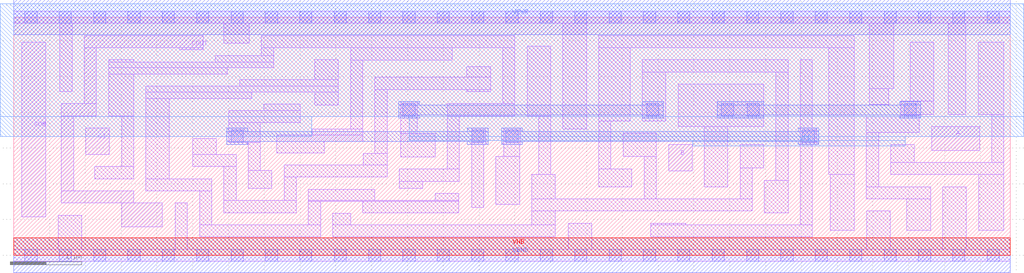
<source format=lef>
# Copyright 2020 The SkyWater PDK Authors
#
# Licensed under the Apache License, Version 2.0 (the "License");
# you may not use this file except in compliance with the License.
# You may obtain a copy of the License at
#
#     https://www.apache.org/licenses/LICENSE-2.0
#
# Unless required by applicable law or agreed to in writing, software
# distributed under the License is distributed on an "AS IS" BASIS,
# WITHOUT WARRANTIES OR CONDITIONS OF ANY KIND, either express or implied.
# See the License for the specific language governing permissions and
# limitations under the License.
#
# SPDX-License-Identifier: Apache-2.0

VERSION 5.7 ;
  NOWIREEXTENSIONATPIN ON ;
  DIVIDERCHAR "/" ;
  BUSBITCHARS "[]" ;
MACRO sky130_fd_sc_ls__fah_1
  CLASS CORE ;
  FOREIGN sky130_fd_sc_ls__fah_1 ;
  ORIGIN  0.000000  0.000000 ;
  SIZE  13.92000 BY  3.330000 ;
  SYMMETRY X Y ;
  SITE unit ;
  PIN A
    ANTENNAGATEAREA  0.492000 ;
    DIRECTION INPUT ;
    USE SIGNAL ;
    PORT
      LAYER li1 ;
        RECT 12.820000 1.470000 13.490000 1.800000 ;
    END
  END A
  PIN B
    ANTENNAGATEAREA  0.723000 ;
    DIRECTION INPUT ;
    USE SIGNAL ;
    PORT
      LAYER li1 ;
        RECT 9.145000 1.180000 9.475000 1.550000 ;
    END
  END B
  PIN CI
    ANTENNAGATEAREA  0.246000 ;
    DIRECTION INPUT ;
    USE SIGNAL ;
    PORT
      LAYER li1 ;
        RECT 1.005000 1.410000 1.335000 1.780000 ;
    END
  END CI
  PIN COUT
    ANTENNADIFFAREA  0.674850 ;
    DIRECTION OUTPUT ;
    USE SIGNAL ;
    PORT
      LAYER li1 ;
        RECT 0.665000 0.730000 1.675000 0.900000 ;
        RECT 0.665000 0.900000 0.835000 1.950000 ;
        RECT 0.665000 1.950000 1.155000 2.120000 ;
        RECT 0.985000 2.120000 1.155000 2.905000 ;
        RECT 0.985000 2.905000 2.645000 3.075000 ;
        RECT 1.505000 0.400000 2.075000 0.730000 ;
        RECT 2.315000 2.875000 2.645000 2.905000 ;
    END
  END COUT
  PIN SUM
    ANTENNADIFFAREA  0.537600 ;
    DIRECTION OUTPUT ;
    USE SIGNAL ;
    PORT
      LAYER li1 ;
        RECT 0.110000 0.540000 0.445000 2.980000 ;
    END
  END SUM
  PIN VGND
    DIRECTION INOUT ;
    SHAPE ABUTMENT ;
    USE GROUND ;
    PORT
      LAYER met1 ;
        RECT 0.000000 -0.245000 13.920000 0.245000 ;
    END
  END VGND
  PIN VNB
    DIRECTION INOUT ;
    USE GROUND ;
    PORT
      LAYER pwell ;
        RECT 0.000000 0.000000 13.920000 0.245000 ;
    END
  END VNB
  PIN VPB
    DIRECTION INOUT ;
    USE POWER ;
    PORT
      LAYER nwell ;
        RECT -0.190000 1.660000  4.165000 1.940000 ;
        RECT -0.190000 1.940000 14.110000 3.520000 ;
        RECT  5.525000 1.605000 12.450000 1.660000 ;
        RECT  5.525000 1.660000 14.110000 1.940000 ;
        RECT  9.485000 1.530000 12.450000 1.605000 ;
    END
  END VPB
  PIN VPWR
    DIRECTION INOUT ;
    SHAPE ABUTMENT ;
    USE POWER ;
    PORT
      LAYER met1 ;
        RECT 0.000000 3.085000 13.920000 3.575000 ;
    END
  END VPWR
  OBS
    LAYER li1 ;
      RECT  0.000000 -0.085000 13.920000 0.085000 ;
      RECT  0.000000  3.245000 13.920000 3.415000 ;
      RECT  0.620000  0.085000  0.950000 0.560000 ;
      RECT  0.645000  2.290000  0.815000 3.245000 ;
      RECT  1.130000  1.070000  1.675000 1.240000 ;
      RECT  1.325000  1.950000  1.675000 2.535000 ;
      RECT  1.325000  2.535000  2.985000 2.625000 ;
      RECT  1.325000  2.625000  3.630000 2.705000 ;
      RECT  1.325000  2.705000  1.675000 2.735000 ;
      RECT  1.505000  1.240000  1.675000 1.950000 ;
      RECT  1.845000  0.900000  2.765000 1.070000 ;
      RECT  1.845000  1.070000  2.175000 2.195000 ;
      RECT  1.845000  2.195000  3.325000 2.285000 ;
      RECT  1.845000  2.285000  4.535000 2.365000 ;
      RECT  2.255000  0.085000  2.425000 0.730000 ;
      RECT  2.500000  1.240000  3.105000 1.410000 ;
      RECT  2.500000  1.410000  2.830000 1.635000 ;
      RECT  2.595000  0.255000  4.285000 0.425000 ;
      RECT  2.595000  0.425000  2.765000 0.900000 ;
      RECT  2.815000  2.705000  3.630000 2.795000 ;
      RECT  2.935000  0.595000  3.945000 0.765000 ;
      RECT  2.935000  0.765000  3.105000 1.240000 ;
      RECT  2.935000  2.965000  3.290000 3.245000 ;
      RECT  3.005000  1.580000  3.445000 1.855000 ;
      RECT  3.005000  1.855000  4.000000 2.025000 ;
      RECT  3.155000  2.365000  4.535000 2.455000 ;
      RECT  3.275000  0.935000  3.605000 1.185000 ;
      RECT  3.275000  1.185000  3.445000 1.580000 ;
      RECT  3.460000  2.795000  3.630000 2.905000 ;
      RECT  3.460000  2.905000  7.000000 3.075000 ;
      RECT  3.495000  2.025000  4.000000 2.115000 ;
      RECT  3.670000  1.435000  4.340000 1.595000 ;
      RECT  3.670000  1.595000  4.875000 1.685000 ;
      RECT  3.775000  0.765000  3.945000 1.095000 ;
      RECT  3.775000  1.095000  5.215000 1.265000 ;
      RECT  4.115000  0.425000  4.285000 0.755000 ;
      RECT  4.115000  0.755000  6.215000 0.765000 ;
      RECT  4.115000  0.765000  5.045000 0.925000 ;
      RECT  4.170000  1.685000  4.875000 1.765000 ;
      RECT  4.205000  2.100000  4.535000 2.285000 ;
      RECT  4.205000  2.455000  4.535000 2.735000 ;
      RECT  4.455000  0.255000  7.565000 0.425000 ;
      RECT  4.455000  0.425000  4.705000 0.585000 ;
      RECT  4.705000  1.765000  4.875000 2.730000 ;
      RECT  4.705000  2.730000  6.125000 2.905000 ;
      RECT  4.875000  0.595000  6.215000 0.755000 ;
      RECT  4.880000  1.265000  5.215000 1.425000 ;
      RECT  5.045000  1.425000  5.215000 2.320000 ;
      RECT  5.045000  2.320000  6.660000 2.490000 ;
      RECT  5.385000  0.935000  5.715000 1.035000 ;
      RECT  5.385000  1.035000  6.225000 1.205000 ;
      RECT  5.405000  1.375000  5.885000 1.705000 ;
      RECT  5.405000  1.705000  5.635000 2.150000 ;
      RECT  5.885000  0.765000  6.215000 0.865000 ;
      RECT  6.055000  1.205000  6.225000 1.950000 ;
      RECT  6.055000  1.950000  7.000000 2.120000 ;
      RECT  6.330000  2.290000  6.660000 2.320000 ;
      RECT  6.330000  2.490000  6.660000 2.640000 ;
      RECT  6.395000  0.670000  6.565000 1.550000 ;
      RECT  6.395000  1.550000  6.595000 1.780000 ;
      RECT  6.735000  0.710000  7.065000 1.380000 ;
      RECT  6.830000  2.120000  7.000000 2.905000 ;
      RECT  6.845000  1.380000  7.065000 1.550000 ;
      RECT  6.845000  1.550000  7.075000 1.780000 ;
      RECT  7.170000  1.950000  7.500000 2.925000 ;
      RECT  7.235000  0.425000  7.565000 0.620000 ;
      RECT  7.235000  0.620000 10.315000 0.790000 ;
      RECT  7.235000  0.790000  7.565000 1.130000 ;
      RECT  7.330000  1.130000  7.500000 1.950000 ;
      RECT  7.670000  1.765000  8.000000 3.245000 ;
      RECT  7.745000  0.085000  8.075000 0.450000 ;
      RECT  8.170000  0.960000  8.635000 1.210000 ;
      RECT  8.170000  1.210000  8.340000 1.880000 ;
      RECT  8.170000  1.880000  8.610000 2.905000 ;
      RECT  8.170000  2.905000 11.740000 3.075000 ;
      RECT  8.510000  1.380000  8.975000 1.710000 ;
      RECT  8.780000  1.880000  9.110000 2.565000 ;
      RECT  8.780000  2.565000 10.815000 2.735000 ;
      RECT  8.805000  0.790000  8.975000 1.380000 ;
      RECT  8.895000  0.255000 11.155000 0.425000 ;
      RECT  8.895000  0.425000  9.385000 0.450000 ;
      RECT  9.280000  1.805000 10.475000 2.395000 ;
      RECT  9.645000  0.960000  9.975000 1.805000 ;
      RECT 10.145000  0.790000 10.315000 1.220000 ;
      RECT 10.145000  1.220000 10.475000 1.550000 ;
      RECT 10.485000  0.595000 10.815000 1.050000 ;
      RECT 10.645000  1.050000 10.815000 2.565000 ;
      RECT 10.985000  0.425000 11.155000 1.550000 ;
      RECT 10.985000  1.550000 11.215000 1.780000 ;
      RECT 10.985000  1.780000 11.155000 2.735000 ;
      RECT 11.385000  1.130000 11.740000 2.905000 ;
      RECT 11.405000  0.350000 11.740000 1.130000 ;
      RECT 11.910000  0.790000 12.805000 0.960000 ;
      RECT 11.910000  0.960000 12.080000 1.720000 ;
      RECT 11.910000  1.720000 12.650000 1.940000 ;
      RECT 11.915000  0.085000 12.245000 0.620000 ;
      RECT 11.950000  2.110000 12.220000 2.330000 ;
      RECT 11.950000  2.330000 12.290000 3.245000 ;
      RECT 12.250000  1.130000 13.830000 1.300000 ;
      RECT 12.250000  1.300000 12.580000 1.550000 ;
      RECT 12.390000  1.940000 12.650000 1.970000 ;
      RECT 12.390000  1.970000 12.850000 2.160000 ;
      RECT 12.475000  0.350000 12.805000 0.790000 ;
      RECT 12.520000  2.160000 12.850000 2.980000 ;
      RECT 12.975000  0.085000 13.305000 0.960000 ;
      RECT 13.050000  1.970000 13.300000 3.245000 ;
      RECT 13.470000  1.970000 13.830000 2.980000 ;
      RECT 13.475000  0.350000 13.830000 1.130000 ;
      RECT 13.660000  1.300000 13.830000 1.970000 ;
    LAYER mcon ;
      RECT  0.155000 -0.085000  0.325000 0.085000 ;
      RECT  0.155000  3.245000  0.325000 3.415000 ;
      RECT  0.635000 -0.085000  0.805000 0.085000 ;
      RECT  0.635000  3.245000  0.805000 3.415000 ;
      RECT  1.115000 -0.085000  1.285000 0.085000 ;
      RECT  1.115000  3.245000  1.285000 3.415000 ;
      RECT  1.595000 -0.085000  1.765000 0.085000 ;
      RECT  1.595000  3.245000  1.765000 3.415000 ;
      RECT  2.075000 -0.085000  2.245000 0.085000 ;
      RECT  2.075000  3.245000  2.245000 3.415000 ;
      RECT  2.555000 -0.085000  2.725000 0.085000 ;
      RECT  2.555000  3.245000  2.725000 3.415000 ;
      RECT  3.035000 -0.085000  3.205000 0.085000 ;
      RECT  3.035000  1.580000  3.205000 1.750000 ;
      RECT  3.035000  3.245000  3.205000 3.415000 ;
      RECT  3.515000 -0.085000  3.685000 0.085000 ;
      RECT  3.515000  3.245000  3.685000 3.415000 ;
      RECT  3.995000 -0.085000  4.165000 0.085000 ;
      RECT  3.995000  3.245000  4.165000 3.415000 ;
      RECT  4.475000 -0.085000  4.645000 0.085000 ;
      RECT  4.475000  3.245000  4.645000 3.415000 ;
      RECT  4.955000 -0.085000  5.125000 0.085000 ;
      RECT  4.955000  3.245000  5.125000 3.415000 ;
      RECT  5.435000 -0.085000  5.605000 0.085000 ;
      RECT  5.435000  1.950000  5.605000 2.120000 ;
      RECT  5.435000  3.245000  5.605000 3.415000 ;
      RECT  5.915000 -0.085000  6.085000 0.085000 ;
      RECT  5.915000  3.245000  6.085000 3.415000 ;
      RECT  6.395000 -0.085000  6.565000 0.085000 ;
      RECT  6.395000  1.580000  6.565000 1.750000 ;
      RECT  6.395000  3.245000  6.565000 3.415000 ;
      RECT  6.875000 -0.085000  7.045000 0.085000 ;
      RECT  6.875000  1.580000  7.045000 1.750000 ;
      RECT  6.875000  3.245000  7.045000 3.415000 ;
      RECT  7.355000 -0.085000  7.525000 0.085000 ;
      RECT  7.355000  3.245000  7.525000 3.415000 ;
      RECT  7.835000 -0.085000  8.005000 0.085000 ;
      RECT  7.835000  3.245000  8.005000 3.415000 ;
      RECT  8.315000 -0.085000  8.485000 0.085000 ;
      RECT  8.315000  3.245000  8.485000 3.415000 ;
      RECT  8.795000 -0.085000  8.965000 0.085000 ;
      RECT  8.795000  3.245000  8.965000 3.415000 ;
      RECT  8.840000  1.950000  9.010000 2.120000 ;
      RECT  9.275000 -0.085000  9.445000 0.085000 ;
      RECT  9.275000  3.245000  9.445000 3.415000 ;
      RECT  9.755000 -0.085000  9.925000 0.085000 ;
      RECT  9.755000  3.245000  9.925000 3.415000 ;
      RECT  9.885000  1.950000 10.055000 2.120000 ;
      RECT 10.235000 -0.085000 10.405000 0.085000 ;
      RECT 10.235000  3.245000 10.405000 3.415000 ;
      RECT 10.245000  1.950000 10.415000 2.120000 ;
      RECT 10.715000 -0.085000 10.885000 0.085000 ;
      RECT 10.715000  3.245000 10.885000 3.415000 ;
      RECT 11.015000  1.580000 11.185000 1.750000 ;
      RECT 11.195000 -0.085000 11.365000 0.085000 ;
      RECT 11.195000  3.245000 11.365000 3.415000 ;
      RECT 11.675000 -0.085000 11.845000 0.085000 ;
      RECT 11.675000  3.245000 11.845000 3.415000 ;
      RECT 12.155000 -0.085000 12.325000 0.085000 ;
      RECT 12.155000  3.245000 12.325000 3.415000 ;
      RECT 12.435000  1.950000 12.605000 2.120000 ;
      RECT 12.635000 -0.085000 12.805000 0.085000 ;
      RECT 12.635000  3.245000 12.805000 3.415000 ;
      RECT 13.115000 -0.085000 13.285000 0.085000 ;
      RECT 13.115000  3.245000 13.285000 3.415000 ;
      RECT 13.595000 -0.085000 13.765000 0.085000 ;
      RECT 13.595000  3.245000 13.765000 3.415000 ;
    LAYER met1 ;
      RECT  2.975000 1.550000  3.265000 1.595000 ;
      RECT  2.975000 1.595000  6.625000 1.735000 ;
      RECT  2.975000 1.735000  3.265000 1.780000 ;
      RECT  5.375000 1.920000  5.665000 1.965000 ;
      RECT  5.375000 1.965000  9.070000 2.105000 ;
      RECT  5.375000 2.105000  5.665000 2.150000 ;
      RECT  6.335000 1.550000  6.625000 1.595000 ;
      RECT  6.335000 1.735000  6.625000 1.780000 ;
      RECT  6.815000 1.550000  7.105000 1.595000 ;
      RECT  6.815000 1.595000 11.245000 1.735000 ;
      RECT  6.815000 1.735000  7.105000 1.780000 ;
      RECT  8.780000 1.920000  9.070000 1.965000 ;
      RECT  8.780000 2.105000  9.070000 2.150000 ;
      RECT  9.825000 1.920000 10.475000 1.965000 ;
      RECT  9.825000 1.965000 12.665000 2.105000 ;
      RECT  9.825000 2.105000 10.475000 2.150000 ;
      RECT 10.955000 1.550000 11.245000 1.595000 ;
      RECT 10.955000 1.735000 11.245000 1.780000 ;
      RECT 12.375000 1.920000 12.665000 1.965000 ;
      RECT 12.375000 2.105000 12.665000 2.150000 ;
  END
END sky130_fd_sc_ls__fah_1
END LIBRARY

</source>
